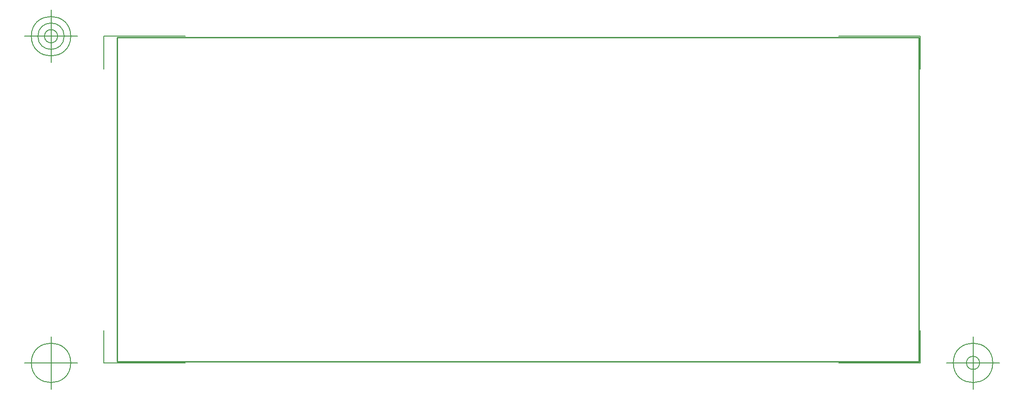
<source format=gbr>
G04 Generated by Ultiboard 13.0 *
%FSLAX24Y24*%
%MOIN*%

%ADD11C,0.0100*%
%ADD12C,0.0050*%


G04 ColorRGB 00FFFF for the following layer *
%LNBoard Outline*%
%LPD*%
G54D10*
G54D11*
X-29134Y-18898D02*
X30886Y-18898D01*
X30886Y5354D01*
X-29134Y5354D01*
X-29134Y-18898D01*
G54D12*
X-30140Y-18998D02*
X-30140Y-16553D01*
X-30140Y-18998D02*
X-24027Y-18998D01*
X30986Y-18998D02*
X24873Y-18998D01*
X30986Y-18998D02*
X30986Y-16553D01*
X30986Y5454D02*
X30986Y3009D01*
X30986Y5454D02*
X24873Y5454D01*
X-30140Y5454D02*
X-24027Y5454D01*
X-30140Y5454D02*
X-30140Y3009D01*
X-32109Y-18998D02*
X-36046Y-18998D01*
X-34077Y-20966D02*
X-34077Y-17029D01*
X-35553Y-18998D02*
G75*
D01*
G02X-35553Y-18998I1476J0*
G01*
X32954Y-18998D02*
X36891Y-18998D01*
X34923Y-20966D02*
X34923Y-17029D01*
X33446Y-18998D02*
G75*
D01*
G02X33446Y-18998I1477J0*
G01*
X34431Y-18998D02*
G75*
D01*
G02X34431Y-18998I492J0*
G01*
X-32109Y5454D02*
X-36046Y5454D01*
X-34077Y3486D02*
X-34077Y7423D01*
X-35553Y5454D02*
G75*
D01*
G02X-35553Y5454I1476J0*
G01*
X-35061Y5454D02*
G75*
D01*
G02X-35061Y5454I984J0*
G01*
X-34569Y5454D02*
G75*
D01*
G02X-34569Y5454I492J0*
G01*

M02*

</source>
